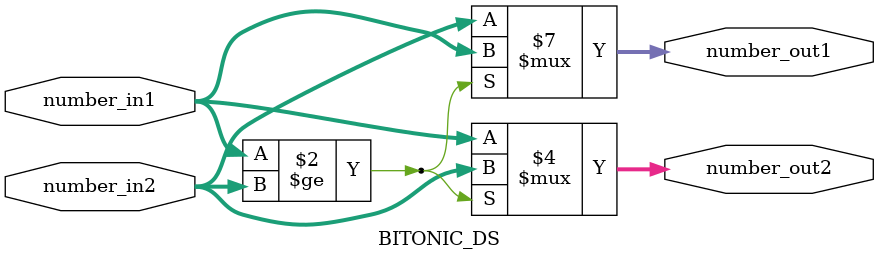
<source format=v>
module BITONIC_DS(number_in1, number_in2, number_out1, number_out2);
input  [7:0] number_in1;
input  [7:0] number_in2;
output [7:0] number_out1;
output [7:0] number_out2;

reg [7:0] number_out1;
reg [7:0] number_out2;

always @(*) begin
	if (number_in1 >= number_in2) begin
		number_out1 = number_in1;
		number_out2 = number_in2;
	end
	else begin
		number_out1 = number_in2;
		number_out2 = number_in1;
	end
end

endmodule
</source>
